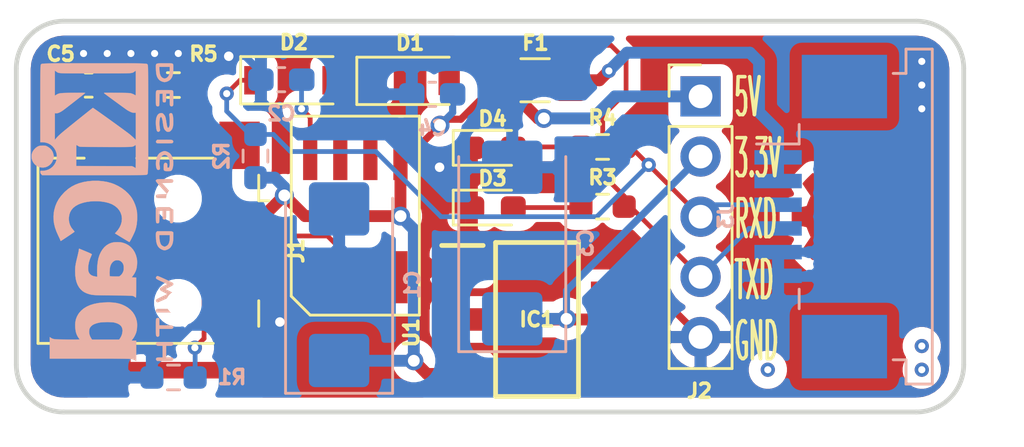
<source format=kicad_pcb>
(kicad_pcb (version 20171130) (host pcbnew 5.1.8-5.fc32)
  (layers (0 F.Cu signal) (31 B.Cu signal) (34 B.Paste user) (35 F.Paste user) (36 B.SilkS user) (37 F.SilkS user) (38 B.Mask user) (39 F.Mask user) (44 Edge.Cuts user))
  (net 0 "")
  (net 1 GND)
  (net 2 +5V)
  (net 3 "Net-(C2-Pad2)")
  (net 4 +3V3)
  (net 5 /TTL_TX)
  (net 6 "Net-(D1-Pad1)")
  (net 7 "Net-(D2-Pad2)")
  (net 8 /TTL_RX)
  (net 9 "Net-(D3-Pad2)")
  (net 10 "Net-(D4-Pad2)")
  (net 11 "Net-(J1-Pad4)")
  (net 12 /USB_P)
  (net 13 /USB_N)
  (net 14 /FUSE_5V)
  (net 15 "Net-(C5-Pad1)")
  (module Symbol:OSHW-Logo2_7.3x6mm_Copper (layer F.Cu) (at 145.23968 86.39802 90)
    (fp_text reference LOGO1 hide)
    (fp_text value Logo_Open_Hardware_Small hide)
    (fp_poly (pts (xy -2.400256 1.919918) (xy -2.344799 1.947568) (xy -2.295852 1.99848) (xy -2.282371 2.017338) (xy -2.267686 2.042015) (xy -2.258158 2.068816) (xy -2.252707 2.104587) (xy -2.250253 2.156169) (xy -2.249714 2.224267) (xy -2.252148 2.317588) (xy -2.260606 2.387657) (xy -2.276826 2.439931) (xy -2.302546 2.479869) (xy -2.339503 2.512929) (xy -2.342218 2.514886) (xy -2.37864 2.534908) (xy -2.422498 2.544815) (xy -2.478276 2.547257) (xy -2.568952 2.547257) (xy -2.56899 2.635283) (xy -2.569834 2.684308) (xy -2.574976 2.713065) (xy -2.588413 2.730311) (xy -2.614142 2.744808) (xy -2.620321 2.747769) (xy -2.649236 2.761648) (xy -2.671624 2.770414) (xy -2.688271 2.771171) (xy -2.699964 2.761023) (xy -2.70749 2.737073) (xy -2.711634 2.696426) (xy -2.713185 2.636186) (xy -2.712929 2.553455) (xy -2.711651 2.445339) (xy -2.711252 2.413) (xy -2.709815 2.301524) (xy -2.708528 2.228603) (xy -2.569029 2.228603) (xy -2.568245 2.290499) (xy -2.56476 2.330997) (xy -2.556876 2.357708) (xy -2.542895 2.378244) (xy -2.533403 2.38826) (xy -2.494596 2.417567) (xy -2.460237 2.419952) (xy -2.424784 2.39575) (xy -2.423886 2.394857) (xy -2.409461 2.376153) (xy -2.400687 2.350732) (xy -2.396261 2.311584) (xy -2.394882 2.251697) (xy -2.394857 2.23843) (xy -2.398188 2.155901) (xy -2.409031 2.098691) (xy -2.42866 2.063766) (xy -2.45835 2.048094) (xy -2.475509 2.046514) (xy -2.516234 2.053926) (xy -2.544168 2.07833) (xy -2.560983 2.12298) (xy -2.56835 2.19113) (xy -2.569029 2.228603) (xy -2.708528 2.228603) (xy -2.708292 2.215245) (xy -2.706323 2.150333) (xy -2.70355 2.102958) (xy -2.699612 2.06929) (xy -2.694151 2.045498) (xy -2.686808 2.027753) (xy -2.677223 2.012224) (xy -2.673113 2.006381) (xy -2.618595 1.951185) (xy -2.549664 1.91989) (xy -2.469928 1.911165) (xy -2.400256 1.919918)) (layer F.Cu) (width 0.01))
    (fp_poly (pts (xy -1.283907 1.92778) (xy -1.237328 1.954723) (xy -1.204943 1.981466) (xy -1.181258 2.009484) (xy -1.164941 2.043748) (xy -1.154661 2.089227) (xy -1.149086 2.150892) (xy -1.146884 2.233711) (xy -1.146629 2.293246) (xy -1.146629 2.512391) (xy -1.208314 2.540044) (xy -1.27 2.567697) (xy -1.277257 2.32767) (xy -1.280256 2.238028) (xy -1.283402 2.172962) (xy -1.287299 2.128026) (xy -1.292553 2.09877) (xy -1.299769 2.080748) (xy -1.30955 2.069511) (xy -1.312688 2.067079) (xy -1.360239 2.048083) (xy -1.408303 2.0556) (xy -1.436914 2.075543) (xy -1.448553 2.089675) (xy -1.456609 2.10822) (xy -1.461729 2.136334) (xy -1.464559 2.179173) (xy -1.465744 2.241895) (xy -1.465943 2.307261) (xy -1.465982 2.389268) (xy -1.467386 2.447316) (xy -1.472086 2.486465) (xy -1.482013 2.51178) (xy -1.499097 2.528323) (xy -1.525268 2.541156) (xy -1.560225 2.554491) (xy -1.598404 2.569007) (xy -1.593859 2.311389) (xy -1.592029 2.218519) (xy -1.589888 2.149889) (xy -1.586819 2.100711) (xy -1.582206 2.066198) (xy -1.575432 2.041562) (xy -1.565881 2.022016) (xy -1.554366 2.00477) (xy -1.49881 1.94968) (xy -1.43102 1.917822) (xy -1.357287 1.910191) (xy -1.283907 1.92778)) (layer F.Cu) (width 0.01))
    (fp_poly (pts (xy -2.958885 1.921962) (xy -2.890855 1.957733) (xy -2.840649 2.015301) (xy -2.822815 2.052312) (xy -2.808937 2.107882) (xy -2.801833 2.178096) (xy -2.80116 2.254727) (xy -2.806573 2.329552) (xy -2.81773 2.394342) (xy -2.834286 2.440873) (xy -2.839374 2.448887) (xy -2.899645 2.508707) (xy -2.971231 2.544535) (xy -3.048908 2.55502) (xy -3.127452 2.53881) (xy -3.149311 2.529092) (xy -3.191878 2.499143) (xy -3.229237 2.459433) (xy -3.232768 2.454397) (xy -3.247119 2.430124) (xy -3.256606 2.404178) (xy -3.26221 2.370022) (xy -3.264914 2.321119) (xy -3.265701 2.250935) (xy -3.265714 2.2352) (xy -3.265678 2.230192) (xy -3.120571 2.230192) (xy -3.119727 2.29643) (xy -3.116404 2.340386) (xy -3.109417 2.368779) (xy -3.097584 2.388325) (xy -3.091543 2.394857) (xy -3.056814 2.41968) (xy -3.023097 2.418548) (xy -2.989005 2.397016) (xy -2.968671 2.374029) (xy -2.956629 2.340478) (xy -2.949866 2.287569) (xy -2.949402 2.281399) (xy -2.948248 2.185513) (xy -2.960312 2.114299) (xy -2.98543 2.068194) (xy -3.02344 2.047635) (xy -3.037008 2.046514) (xy -3.072636 2.052152) (xy -3.097006 2.071686) (xy -3.111907 2.109042) (xy -3.119125 2.16815) (xy -3.120571 2.230192) (xy -3.265678 2.230192) (xy -3.265174 2.160413) (xy -3.262904 2.108159) (xy -3.257932 2.071949) (xy -3.249287 2.045299) (xy -3.235995 2.021722) (xy -3.233057 2.017338) (xy -3.183687 1.958249) (xy -3.129891 1.923947) (xy -3.064398 1.910331) (xy -3.042158 1.909665) (xy -2.958885 1.921962)) (layer F.Cu) (width 0.01))
    (fp_poly (pts (xy -1.831697 1.931239) (xy -1.774473 1.969735) (xy -1.730251 2.025335) (xy -1.703833 2.096086) (xy -1.69849 2.148162) (xy -1.699097 2.169893) (xy -1.704178 2.186531) (xy -1.718145 2.201437) (xy -1.745411 2.217973) (xy -1.790388 2.239498) (xy -1.857489 2.269374) (xy -1.857829 2.269524) (xy -1.919593 2.297813) (xy -1.970241 2.322933) (xy -2.004596 2.342179) (xy -2.017482 2.352848) (xy -2.017486 2.352934) (xy -2.006128 2.376166) (xy -1.979569 2.401774) (xy -1.949077 2.420221) (xy -1.93363 2.423886) (xy -1.891485 2.411212) (xy -1.855192 2.379471) (xy -1.837483 2.344572) (xy -1.820448 2.318845) (xy -1.787078 2.289546) (xy -1.747851 2.264235) (xy -1.713244 2.250471) (xy -1.706007 2.249714) (xy -1.697861 2.26216) (xy -1.69737 2.293972) (xy -1.703357 2.336866) (xy -1.714643 2.382558) (xy -1.73005 2.422761) (xy -1.730829 2.424322) (xy -1.777196 2.489062) (xy -1.837289 2.533097) (xy -1.905535 2.554711) (xy -1.976362 2.552185) (xy -2.044196 2.523804) (xy -2.047212 2.521808) (xy -2.100573 2.473448) (xy -2.13566 2.410352) (xy -2.155078 2.327387) (xy -2.157684 2.304078) (xy -2.162299 2.194055) (xy -2.156767 2.142748) (xy -2.017486 2.142748) (xy -2.015676 2.174753) (xy -2.005778 2.184093) (xy -1.981102 2.177105) (xy -1.942205 2.160587) (xy -1.898725 2.139881) (xy -1.897644 2.139333) (xy -1.860791 2.119949) (xy -1.846 2.107013) (xy -1.849647 2.093451) (xy -1.865005 2.075632) (xy -1.904077 2.049845) (xy -1.946154 2.04795) (xy -1.983897 2.066717) (xy -2.009966 2.102915) (xy -2.017486 2.142748) (xy -2.156767 2.142748) (xy -2.152806 2.106027) (xy -2.12845 2.036212) (xy -2.094544 1.987302) (xy -2.033347 1.937878) (xy -1.965937 1.913359) (xy -1.89712 1.911797) (xy -1.831697 1.931239)) (layer F.Cu) (width 0.01))
    (fp_poly (pts (xy -0.624114 1.851289) (xy -0.619861 1.910613) (xy -0.614975 1.945572) (xy -0.608205 1.96082) (xy -0.598298 1.961015) (xy -0.595086 1.959195) (xy -0.552356 1.946015) (xy -0.496773 1.946785) (xy -0.440263 1.960333) (xy -0.404918 1.977861) (xy -0.368679 2.005861) (xy -0.342187 2.037549) (xy -0.324001 2.077813) (xy -0.312678 2.131543) (xy -0.306778 2.203626) (xy -0.304857 2.298951) (xy -0.304823 2.317237) (xy -0.3048 2.522646) (xy -0.350509 2.53858) (xy -0.382973 2.54942) (xy -0.400785 2.554468) (xy -0.401309 2.554514) (xy -0.403063 2.540828) (xy -0.404556 2.503076) (xy -0.405674 2.446224) (xy -0.406303 2.375234) (xy -0.4064 2.332073) (xy -0.406602 2.246973) (xy -0.407642 2.185981) (xy -0.410169 2.144177) (xy -0.414836 2.116642) (xy -0.422293 2.098456) (xy -0.433189 2.084698) (xy -0.439993 2.078073) (xy -0.486728 2.051375) (xy -0.537728 2.049375) (xy -0.583999 2.071955) (xy -0.592556 2.080107) (xy -0.605107 2.095436) (xy -0.613812 2.113618) (xy -0.619369 2.139909) (xy -0.622474 2.179562) (xy -0.623824 2.237832) (xy -0.624114 2.318173) (xy -0.624114 2.522646) (xy -0.669823 2.53858) (xy -0.702287 2.54942) (xy -0.720099 2.554468) (xy -0.720623 2.554514) (xy -0.721963 2.540623) (xy -0.723172 2.501439) (xy -0.724199 2.4407) (xy -0.724998 2.362141) (xy -0.725519 2.269498) (xy -0.725714 2.166509) (xy -0.725714 1.769342) (xy -0.678543 1.749444) (xy -0.631371 1.729547) (xy -0.624114 1.851289)) (layer F.Cu) (width 0.01))
    (fp_poly (pts (xy 0.039744 1.950968) (xy 0.096616 1.972087) (xy 0.097267 1.972493) (xy 0.13244 1.99838) (xy 0.158407 2.028633) (xy 0.17667 2.068058) (xy 0.188732 2.121462) (xy 0.196096 2.193651) (xy 0.200264 2.289432) (xy 0.200629 2.303078) (xy 0.205876 2.508842) (xy 0.161716 2.531678) (xy 0.129763 2.54711) (xy 0.11047 2.554423) (xy 0.109578 2.554514) (xy 0.106239 2.541022) (xy 0.103587 2.504626) (xy 0.101956 2.451452) (xy 0.1016 2.408393) (xy 0.101592 2.338641) (xy 0.098403 2.294837) (xy 0.087288 2.273944) (xy 0.063501 2.272925) (xy 0.022296 2.288741) (xy -0.039914 2.317815) (xy -0.085659 2.341963) (xy -0.109187 2.362913) (xy -0.116104 2.385747) (xy -0.116114 2.386877) (xy -0.104701 2.426212) (xy -0.070908 2.447462) (xy -0.019191 2.450539) (xy 0.018061 2.450006) (xy 0.037703 2.460735) (xy 0.049952 2.486505) (xy 0.057002 2.519337) (xy 0.046842 2.537966) (xy 0.043017 2.540632) (xy 0.007001 2.55134) (xy -0.043434 2.552856) (xy -0.095374 2.545759) (xy -0.132178 2.532788) (xy -0.183062 2.489585) (xy -0.211986 2.429446) (xy -0.217714 2.382462) (xy -0.213343 2.340082) (xy -0.197525 2.305488) (xy -0.166203 2.274763) (xy -0.115322 2.24399) (xy -0.040824 2.209252) (xy -0.036286 2.207288) (xy 0.030821 2.176287) (xy 0.072232 2.150862) (xy 0.089981 2.128014) (xy 0.086107 2.104745) (xy 0.062643 2.078056) (xy 0.055627 2.071914) (xy 0.00863 2.0481) (xy -0.040067 2.049103) (xy -0.082478 2.072451) (xy -0.110616 2.115675) (xy -0.113231 2.12416) (xy -0.138692 2.165308) (xy -0.170999 2.185128) (xy -0.217714 2.20477) (xy -0.217714 2.15395) (xy -0.203504 2.080082) (xy -0.161325 2.012327) (xy -0.139376 1.989661) (xy -0.089483 1.960569) (xy -0.026033 1.9474) (xy 0.039744 1.950968)) (layer F.Cu) (width 0.01))
    (fp_poly (pts (xy 0.529926 1.949755) (xy 0.595858 1.974084) (xy 0.649273 2.017117) (xy 0.670164 2.047409) (xy 0.692939 2.102994) (xy 0.692466 2.143186) (xy 0.668562 2.170217) (xy 0.659717 2.174813) (xy 0.62153 2.189144) (xy 0.602028 2.185472) (xy 0.595422 2.161407) (xy 0.595086 2.148114) (xy 0.582992 2.09921) (xy 0.551471 2.064999) (xy 0.507659 2.048476) (xy 0.458695 2.052634) (xy 0.418894 2.074227) (xy 0.40545 2.086544) (xy 0.395921 2.101487) (xy 0.389485 2.124075) (xy 0.385317 2.159328) (xy 0.382597 2.212266) (xy 0.380502 2.287907) (xy 0.37996 2.311857) (xy 0.377981 2.39379) (xy 0.375731 2.451455) (xy 0.372357 2.489608) (xy 0.367006 2.513004) (xy 0.358824 2.526398) (xy 0.346959 2.534545) (xy 0.339362 2.538144) (xy 0.307102 2.550452) (xy 0.288111 2.554514) (xy 0.281836 2.540948) (xy 0.278006 2.499934) (xy 0.2766 2.430999) (xy 0.277598 2.333669) (xy 0.277908 2.318657) (xy 0.280101 2.229859) (xy 0.282693 2.165019) (xy 0.286382 2.119067) (xy 0.291864 2.086935) (xy 0.299835 2.063553) (xy 0.310993 2.043852) (xy 0.31683 2.03541) (xy 0.350296 1.998057) (xy 0.387727 1.969003) (xy 0.392309 1.966467) (xy 0.459426 1.946443) (xy 0.529926 1.949755)) (layer F.Cu) (width 0.01))
    (fp_poly (pts (xy 1.190117 2.065358) (xy 1.189933 2.173837) (xy 1.189219 2.257287) (xy 1.187675 2.319704) (xy 1.185001 2.365085) (xy 1.180894 2.397429) (xy 1.175055 2.420733) (xy 1.167182 2.438995) (xy 1.161221 2.449418) (xy 1.111855 2.505945) (xy 1.049264 2.541377) (xy 0.980013 2.55409) (xy 0.910668 2.542463) (xy 0.869375 2.521568) (xy 0.826025 2.485422) (xy 0.796481 2.441276) (xy 0.778655 2.383462) (xy 0.770463 2.306313) (xy 0.769302 2.249714) (xy 0.769458 2.245647) (xy 0.870857 2.245647) (xy 0.871476 2.31055) (xy 0.874314 2.353514) (xy 0.88084 2.381622) (xy 0.892523 2.401953) (xy 0.906483 2.417288) (xy 0.953365 2.44689) (xy 1.003701 2.449419) (xy 1.051276 2.424705) (xy 1.054979 2.421356) (xy 1.070783 2.403935) (xy 1.080693 2.383209) (xy 1.086058 2.352362) (xy 1.088228 2.304577) (xy 1.088571 2.251748) (xy 1.087827 2.185381) (xy 1.084748 2.141106) (xy 1.078061 2.112009) (xy 1.066496 2.091173) (xy 1.057013 2.080107) (xy 1.01296 2.052198) (xy 0.962224 2.048843) (xy 0.913796 2.070159) (xy 0.90445 2.078073) (xy 0.88854 2.095647) (xy 0.87861 2.116587) (xy 0.873278 2.147782) (xy 0.871163 2.196122) (xy 0.870857 2.245647) (xy 0.769458 2.245647) (xy 0.77281 2.158568) (xy 0.784726 2.090086) (xy 0.807135 2.0386) (xy 0.842124 1.998443) (xy 0.869375 1.977861) (xy 0.918907 1.955625) (xy 0.976316 1.945304) (xy 1.029682 1.948067) (xy 1.059543 1.959212) (xy 1.071261 1.962383) (xy 1.079037 1.950557) (xy 1.084465 1.918866) (xy 1.088571 1.870593) (xy 1.093067 1.816829) (xy 1.099313 1.784482) (xy 1.110676 1.765985) (xy 1.130528 1.75377) (xy 1.143 1.748362) (xy 1.190171 1.728601) (xy 1.190117 2.065358)) (layer F.Cu) (width 0.01))
    (fp_poly (pts (xy 1.779833 1.958663) (xy 1.782048 1.99685) (xy 1.783784 2.054886) (xy 1.784899 2.12818) (xy 1.785257 2.205055) (xy 1.785257 2.465196) (xy 1.739326 2.511127) (xy 1.707675 2.539429) (xy 1.67989 2.550893) (xy 1.641915 2.550168) (xy 1.62684 2.548321) (xy 1.579726 2.542948) (xy 1.540756 2.539869) (xy 1.531257 2.539585) (xy 1.499233 2.541445) (xy 1.453432 2.546114) (xy 1.435674 2.548321) (xy 1.392057 2.551735) (xy 1.362745 2.54432) (xy 1.33368 2.521427) (xy 1.323188 2.511127) (xy 1.277257 2.465196) (xy 1.277257 1.978602) (xy 1.314226 1.961758) (xy 1.346059 1.949282) (xy 1.364683 1.944914) (xy 1.369458 1.958718) (xy 1.373921 1.997286) (xy 1.377775 2.056356) (xy 1.380722 2.131663) (xy 1.382143 2.195286) (xy 1.386114 2.445657) (xy 1.420759 2.450556) (xy 1.452268 2.447131) (xy 1.467708 2.436041) (xy 1.472023 2.415308) (xy 1.475708 2.371145) (xy 1.478469 2.309146) (xy 1.480012 2.234909) (xy 1.480235 2.196706) (xy 1.480457 1.976783) (xy 1.526166 1.960849) (xy 1.558518 1.950015) (xy 1.576115 1.944962) (xy 1.576623 1.944914) (xy 1.578388 1.958648) (xy 1.580329 1.99673) (xy 1.582282 2.054482) (xy 1.584084 2.127227) (xy 1.585343 2.195286) (xy 1.589314 2.445657) (xy 1.6764 2.445657) (xy 1.680396 2.21724) (xy 1.684392 1.988822) (xy 1.726847 1.966868) (xy 1.758192 1.951793) (xy 1.776744 1.944951) (xy 1.777279 1.944914) (xy 1.779833 1.958663)) (layer F.Cu) (width 0.01))
    (fp_poly (pts (xy 2.144876 1.956335) (xy 2.186667 1.975344) (xy 2.219469 1.998378) (xy 2.243503 2.024133) (xy 2.260097 2.057358) (xy 2.270577 2.1028) (xy 2.276271 2.165207) (xy 2.278507 2.249327) (xy 2.278743 2.304721) (xy 2.278743 2.520826) (xy 2.241774 2.53767) (xy 2.212656 2.549981) (xy 2.198231 2.554514) (xy 2.195472 2.541025) (xy 2.193282 2.504653) (xy 2.191942 2.451542) (xy 2.191657 2.409372) (xy 2.190434 2.348447) (xy 2.187136 2.300115) (xy 2.182321 2.270518) (xy 2.178496 2.264229) (xy 2.152783 2.270652) (xy 2.112418 2.287125) (xy 2.065679 2.309458) (xy 2.020845 2.333457) (xy 1.986193 2.35493) (xy 1.970002 2.369685) (xy 1.969938 2.369845) (xy 1.97133 2.397152) (xy 1.983818 2.423219) (xy 2.005743 2.444392) (xy 2.037743 2.451474) (xy 2.065092 2.450649) (xy 2.103826 2.450042) (xy 2.124158 2.459116) (xy 2.136369 2.483092) (xy 2.137909 2.487613) (xy 2.143203 2.521806) (xy 2.129047 2.542568) (xy 2.092148 2.552462) (xy 2.052289 2.554292) (xy 1.980562 2.540727) (xy 1.943432 2.521355) (xy 1.897576 2.475845) (xy 1.873256 2.419983) (xy 1.871073 2.360957) (xy 1.891629 2.305953) (xy 1.922549 2.271486) (xy 1.95342 2.252189) (xy 2.001942 2.227759) (xy 2.058485 2.202985) (xy 2.06791 2.199199) (xy 2.130019 2.171791) (xy 2.165822 2.147634) (xy 2.177337 2.123619) (xy 2.16658 2.096635) (xy 2.148114 2.075543) (xy 2.104469 2.049572) (xy 2.056446 2.047624) (xy 2.012406 2.067637) (xy 1.980709 2.107551) (xy 1.976549 2.117848) (xy 1.952327 2.155724) (xy 1.916965 2.183842) (xy 1.872343 2.206917) (xy 1.872343 2.141485) (xy 1.874969 2.101506) (xy 1.88623 2.069997) (xy 1.911199 2.036378) (xy 1.935169 2.010484) (xy 1.972441 1.973817) (xy 2.001401 1.954121) (xy 2.032505 1.94622) (xy 2.067713 1.944914) (xy 2.144876 1.956335)) (layer F.Cu) (width 0.01))
    (fp_poly (pts (xy 2.6526 1.958752) (xy 2.669948 1.966334) (xy 2.711356 1.999128) (xy 2.746765 2.046547) (xy 2.768664 2.097151) (xy 2.772229 2.122098) (xy 2.760279 2.156927) (xy 2.734067 2.175357) (xy 2.705964 2.186516) (xy 2.693095 2.188572) (xy 2.686829 2.173649) (xy 2.674456 2.141175) (xy 2.669028 2.126502) (xy 2.63859 2.075744) (xy 2.59452 2.050427) (xy 2.53801 2.051206) (xy 2.533825 2.052203) (xy 2.503655 2.066507) (xy 2.481476 2.094393) (xy 2.466327 2.139287) (xy 2.45725 2.204615) (xy 2.453286 2.293804) (xy 2.452914 2.341261) (xy 2.45273 2.416071) (xy 2.451522 2.467069) (xy 2.448309 2.499471) (xy 2.442109 2.518495) (xy 2.43194 2.529356) (xy 2.416819 2.537272) (xy 2.415946 2.53767) (xy 2.386828 2.549981) (xy 2.372403 2.554514) (xy 2.370186 2.540809) (xy 2.368289 2.502925) (xy 2.366847 2.445715) (xy 2.365998 2.374027) (xy 2.365829 2.321565) (xy 2.366692 2.220047) (xy 2.37007 2.143032) (xy 2.377142 2.086023) (xy 2.389088 2.044526) (xy 2.40709 2.014043) (xy 2.432327 1.99008) (xy 2.457247 1.973355) (xy 2.517171 1.951097) (xy 2.586911 1.946076) (xy 2.6526 1.958752)) (layer F.Cu) (width 0.01))
    (fp_poly (pts (xy 3.153595 1.966966) (xy 3.211021 2.004497) (xy 3.238719 2.038096) (xy 3.260662 2.099064) (xy 3.262405 2.147308) (xy 3.258457 2.211816) (xy 3.109686 2.276934) (xy 3.037349 2.310202) (xy 2.990084 2.336964) (xy 2.965507 2.360144) (xy 2.961237 2.382667) (xy 2.974889 2.407455) (xy 2.989943 2.423886) (xy 3.033746 2.450235) (xy 3.081389 2.452081) (xy 3.125145 2.431546) (xy 3.157289 2.390752) (xy 3.163038 2.376347) (xy 3.190576 2.331356) (xy 3.222258 2.312182) (xy 3.265714 2.295779) (xy 3.265714 2.357966) (xy 3.261872 2.400283) (xy 3.246823 2.435969) (xy 3.21528 2.476943) (xy 3.210592 2.482267) (xy 3.175506 2.51872) (xy 3.145347 2.538283) (xy 3.107615 2.547283) (xy 3.076335 2.55023) (xy 3.020385 2.550965) (xy 2.980555 2.54166) (xy 2.955708 2.527846) (xy 2.916656 2.497467) (xy 2.889625 2.464613) (xy 2.872517 2.423294) (xy 2.863238 2.367521) (xy 2.859693 2.291305) (xy 2.85941 2.252622) (xy 2.860372 2.206247) (xy 2.948007 2.206247) (xy 2.949023 2.231126) (xy 2.951556 2.2352) (xy 2.968274 2.229665) (xy 3.004249 2.215017) (xy 3.052331 2.19419) (xy 3.062386 2.189714) (xy 3.123152 2.158814) (xy 3.156632 2.131657) (xy 3.16399 2.10622) (xy 3.146391 2.080481) (xy 3.131856 2.069109) (xy 3.07941 2.046364) (xy 3.030322 2.050122) (xy 2.989227 2.077884) (xy 2.960758 2.127152) (xy 2.951631 2.166257) (xy 2.948007 2.206247) (xy 2.860372 2.206247) (xy 2.861285 2.162249) (xy 2.868196 2.095384) (xy 2.881884 2.046695) (xy 2.904096 2.010849) (xy 2.936574 1.982513) (xy 2.950733 1.973355) (xy 3.015053 1.949507) (xy 3.085473 1.948006) (xy 3.153595 1.966966)) (layer F.Cu) (width 0.01))
    (fp_poly (pts (xy 0.10391 -2.757652) (xy 0.182454 -2.757222) (xy 0.239298 -2.756058) (xy 0.278105 -2.753793) (xy 0.302538 -2.75006) (xy 0.316262 -2.744494) (xy 0.32294 -2.736727) (xy 0.326236 -2.726395) (xy 0.326556 -2.725057) (xy 0.331562 -2.700921) (xy 0.340829 -2.653299) (xy 0.353392 -2.587259) (xy 0.368287 -2.507872) (xy 0.384551 -2.420204) (xy 0.385119 -2.417125) (xy 0.40141 -2.331211) (xy 0.416652 -2.255304) (xy 0.429861 -2.193955) (xy 0.440054 -2.151718) (xy 0.446248 -2.133145) (xy 0.446543 -2.132816) (xy 0.464788 -2.123747) (xy 0.502405 -2.108633) (xy 0.551271 -2.090738) (xy 0.551543 -2.090642) (xy 0.613093 -2.067507) (xy 0.685657 -2.038035) (xy 0.754057 -2.008403) (xy 0.757294 -2.006938) (xy 0.868702 -1.956374) (xy 1.115399 -2.12484) (xy 1.191077 -2.176197) (xy 1.259631 -2.222111) (xy 1.317088 -2.25997) (xy 1.359476 -2.287163) (xy 1.382825 -2.301079) (xy 1.385042 -2.302111) (xy 1.40201 -2.297516) (xy 1.433701 -2.275345) (xy 1.481352 -2.234553) (xy 1.546198 -2.174095) (xy 1.612397 -2.109773) (xy 1.676214 -2.046388) (xy 1.733329 -1.988549) (xy 1.780305 -1.939825) (xy 1.813703 -1.90379) (xy 1.830085 -1.884016) (xy 1.830694 -1.882998) (xy 1.832505 -1.869428) (xy 1.825683 -1.847267) (xy 1.80854 -1.813522) (xy 1.779393 -1.7652) (xy 1.736555 -1.699308) (xy 1.679448 -1.614483) (xy 1.628766 -1.539823) (xy 1.583461 -1.47286) (xy 1.54615 -1.417484) (xy 1.519452 -1.37758) (xy 1.505985 -1.357038) (xy 1.505137 -1.355644) (xy 1.506781 -1.335962) (xy 1.519245 -1.297707) (xy 1.540048 -1.248111) (xy 1.547462 -1.232272) (xy 1.579814 -1.16171) (xy 1.614328 -1.081647) (xy 1.642365 -1.012371) (xy 1.662568 -0.960955) (xy 1.678615 -0.921881) (xy 1.687888 -0.901459) (xy 1.689041 -0.899886) (xy 1.706096 -0.897279) (xy 1.746298 -0.890137) (xy 1.804302 -0.879477) (xy 1.874763 -0.866315) (xy 1.952335 -0.851667) (xy 2.031672 -0.836551) (xy 2.107431 -0.821982) (xy 2.174264 -0.808978) (xy 2.226828 -0.798555) (xy 2.259776 -0.79173) (xy 2.267857 -0.789801) (xy 2.276205 -0.785038) (xy 2.282506 -0.774282) (xy 2.287045 -0.753902) (xy 2.290104 -0.720266) (xy 2.291967 -0.669745) (xy 2.292918 -0.598708) (xy 2.29324 -0.503524) (xy 2.293257 -0.464508) (xy 2.293257 -0.147201) (xy 2.217057 -0.132161) (xy 2.174663 -0.124005) (xy 2.1114 -0.112101) (xy 2.034962 -0.097884) (xy 1.953043 -0.08279) (xy 1.9304 -0.078645) (xy 1.854806 -0.063947) (xy 1.788953 -0.049495) (xy 1.738366 -0.036625) (xy 1.708574 -0.026678) (xy 1.703612 -0.023713) (xy 1.691426 -0.002717) (xy 1.673953 0.037967) (xy 1.654577 0.090322) (xy 1.650734 0.1016) (xy 1.625339 0.171523) (xy 1.593817 0.250418) (xy 1.562969 0.321266) (xy 1.562817 0.321595) (xy 1.511447 0.432733) (xy 1.680399 0.681253) (xy 1.849352 0.929772) (xy 1.632429 1.147058) (xy 1.566819 1.211726) (xy 1.506979 1.268733) (xy 1.456267 1.315033) (xy 1.418046 1.347584) (xy 1.395675 1.363343) (xy 1.392466 1.364343) (xy 1.373626 1.356469) (xy 1.33518 1.334578) (xy 1.28133 1.301267) (xy 1.216276 1.259131) (xy 1.14594 1.211943) (xy 1.074555 1.16381) (xy 1.010908 1.121928) (xy 0.959041 1.088871) (xy 0.922995 1.067218) (xy 0.906867 1.059543) (xy 0.887189 1.066037) (xy 0.849875 1.08315) (xy 0.802621 1.107326) (xy 0.797612 1.110013) (xy 0.733977 1.141927) (xy 0.690341 1.157579) (xy 0.663202 1.157745) (xy 0.649057 1.143204) (xy 0.648975 1.143) (xy 0.641905 1.125779) (xy 0.625042 1.084899) (xy 0.599695 1.023525) (xy 0.567171 0.944819) (xy 0.528778 0.851947) (xy 0.485822 0.748072) (xy 0.444222 0.647502) (xy 0.398504 0.536516) (xy 0.356526 0.433703) (xy 0.319548 0.342215) (xy 0.288827 0.265201) (xy 0.265622 0.205815) (xy 0.25119 0.167209) (xy 0.246743 0.1528) (xy 0.257896 0.136272) (xy 0.287069 0.10993) (xy 0.325971 0.080887) (xy 0.436757 -0.010961) (xy 0.523351 -0.116241) (xy 0.584716 -0.232734) (xy 0.619815 -0.358224) (xy 0.627608 -0.490493) (xy 0.621943 -0.551543) (xy 0.591078 -0.678205) (xy 0.53792 -0.790059) (xy 0.465767 -0.885999) (xy 0.377917 -0.964924) (xy 0.277665 -1.02573) (xy 0.16831 -1.067313) (xy 0.053147 -1.088572) (xy -0.064525 -1.088401) (xy -0.18141 -1.065699) (xy -0.294211 -1.019362) (xy -0.399631 -0.948287) (xy -0.443632 -0.908089) (xy -0.528021 -0.804871) (xy -0.586778 -0.692075) (xy -0.620296 -0.57299) (xy -0.628965 -0.450905) (xy -0.613177 -0.329107) (xy -0.573322 -0.210884) (xy -0.509793 -0.099525) (xy -0.422979 0.001684) (xy -0.325971 0.080887) (xy -0.285563 0.111162) (xy -0.257018 0.137219) (xy -0.246743 0.152825) (xy -0.252123 0.169843) (xy -0.267425 0.2105) (xy -0.291388 0.271642) (xy -0.322756 0.350119) (xy -0.360268 0.44278) (xy -0.402667 0.546472) (xy -0.444337 0.647526) (xy -0.49031 0.758607) (xy -0.532893 0.861541) (xy -0.570779 0.953165) (xy -0.60266 1.030316) (xy -0.627229 1.089831) (xy -0.64318 1.128544) (xy -0.64909 1.143) (xy -0.663052 1.157685) (xy -0.69006 1.157642) (xy -0.733587 1.142099) (xy -0.79711 1.110284) (xy -0.797612 1.110013) (xy -0.84544 1.085323) (xy -0.884103 1.067338) (xy -0.905905 1.059614) (xy -0.906867 1.059543) (xy -0.923279 1.067378) (xy -0.959513 1.089165) (xy -1.011526 1.122328) (xy -1.075275 1.164291) (xy -1.14594 1.211943) (xy -1.217884 1.260191) (xy -1.282726 1.302151) (xy -1.336265 1.335227) (xy -1.374303 1.356821) (xy -1.392467 1.364343) (xy -1.409192 1.354457) (xy -1.44282 1.326826) (xy -1.48999 1.284495) (xy -1.547342 1.230505) (xy -1.611516 1.167899) (xy -1.632503 1.146983) (xy -1.849501 0.929623) (xy -1.684332 0.68722) (xy -1.634136 0.612781) (xy -1.590081 0.545972) (xy -1.554638 0.490665) (xy -1.530281 0.450729) (xy -1.519478 0.430036) (xy -1.519162 0.428563) (xy -1.524857 0.409058) (xy -1.540174 0.369822) (xy -1.562463 0.31743) (xy -1.578107 0.282355) (xy -1.607359 0.215201) (xy -1.634906 0.147358) (xy -1.656263 0.090034) (xy -1.662065 0.072572) (xy -1.678548 0.025938) (xy -1.69466 -0.010095) (xy -1.70351 -0.023713) (xy -1.72304 -0.032048) (xy -1.765666 -0.043863) (xy -1.825855 -0.057819) (xy -1.898078 -0.072578) (xy -1.9304 -0.078645) (xy -2.012478 -0.093727) (xy -2.091205 -0.108331) (xy -2.158891 -0.12102) (xy -2.20784 -0.130358) (xy -2.217057 -0.132161) (xy -2.293257 -0.147201) (xy -2.293257 -0.464508) (xy -2.293086 -0.568846) (xy -2.292384 -0.647787) (xy -2.290866 -0.704962) (xy -2.288251 -0.744001) (xy -2.284254 -0.768535) (xy -2.278591 -0.782195) (xy -2.27098 -0.788611) (xy -2.267857 -0.789801) (xy -2.249022 -0.79402) (xy -2.207412 -0.802438) (xy -2.14837 -0.814039) (xy -2.077243 -0.827805) (xy -1.999375 -0.84272) (xy -1.920113 -0.857768) (xy -1.844802 -0.871931) (xy -1.778787 -0.884194) (xy -1.727413 -0.893539) (xy -1.696025 -0.89895) (xy -1.689041 -0.899886) (xy -1.682715 -0.912404) (xy -1.66871 -0.945754) (xy -1.649645 -0.993623) (xy -1.642366 -1.012371) (xy -1.613004 -1.084805) (xy -1.578429 -1.16483) (xy -1.547463 -1.232272) (xy -1.524677 -1.283841) (xy -1.509518 -1.326215) (xy -1.504458 -1.352166) (xy -1.505264 -1.355644) (xy -1.515959 -1.372064) (xy -1.54038 -1.408583) (xy -1.575905 -1.461313) (xy -1.619913 -1.526365) (xy -1.669783 -1.599849) (xy -1.679644 -1.614355) (xy -1.737508 -1.700296) (xy -1.780044 -1.765739) (xy -1.808946 -1.813696) (xy -1.82591 -1.84718) (xy -1.832633 -1.869205) (xy -1.83081 -1.882783) (xy -1.830764 -1.882869) (xy -1.816414 -1.900703) (xy -1.784677 -1.935183) (xy -1.73899 -1.982732) (xy -1.682796 -2.039778) (xy -1.619532 -2.102745) (xy -1.612398 -2.109773) (xy -1.53267 -2.18698) (xy -1.471143 -2.24367) (xy -1.426579 -2.28089) (xy -1.397743 -2.299685) (xy -1.385042 -2.302111) (xy -1.366506 -2.291529) (xy -1.328039 -2.267084) (xy -1.273614 -2.231388) (xy -1.207202 -2.187053) (xy -1.132775 -2.136689) (xy -1.115399 -2.12484) (xy -0.868703 -1.956374) (xy -0.757294 -2.006938) (xy -0.689543 -2.036405) (xy -0.616817 -2.066041) (xy -0.554297 -2.08967) (xy -0.551543 -2.090642) (xy -0.50264 -2.108543) (xy -0.464943 -2.12368) (xy -0.446575 -2.13279) (xy -0.446544 -2.132816) (xy -0.440715 -2.149283) (xy -0.430808 -2.189781) (xy -0.417805 -2.249758) (xy -0.402691 -2.32466) (xy -0.386448 -2.409936) (xy -0.385119 -2.417125) (xy -0.368825 -2.504986) (xy -0.353867 -2.58474) (xy -0.341209 -2.651319) (xy -0.331814 -2.699653) (xy -0.326646 -2.724675) (xy -0.326556 -2.725057) (xy -0.323411 -2.735701) (xy -0.317296 -2.743738) (xy -0.304547 -2.749533) (xy -0.2815 -2.753453) (xy -0.244491 -2.755865) (xy -0.189856 -2.757135) (xy -0.113933 -2.757629) (xy -0.013056 -2.757714) (xy 0 -2.757714) (xy 0.10391 -2.757652)) (layer F.Cu) (width 0.01))
  )
  (module Symbol:KiCad-Logo2_5mm_SilkScreen (layer B.Cu) (at 113.36528 86.20544 270)
    (fp_text reference REF_1 hide)
    (fp_text value KiCad-Logo2_5mm_SilkScreen hide)
  )
  (module Red_Pro:USB_Mini-B_Lumberg_2486_01_Horizontal (layer F.Cu) (at 116.56568 87.84054 270)
    (fp_text reference J1 (at 0 -5 90) (layer F.SilkS) (effects (font (size 0.6 0.6))))
    (fp_text value USB_B_Mini)
    (pad "" np_thru_hole circle (at 2.2 0 270) (size 1 1) (drill 1) (layers *.Cu *.Mask))
    (pad "" np_thru_hole circle (at -2.2 0 270) (size 1 1) (drill 1) (layers *.Cu *.Mask))
    (pad 6 smd rect (at 4.45 2.85 270) (size 2 1.7) (layers F.Cu F.Paste F.Mask) (net 15 "Net-(C5-Pad1)"))
    (pad 6 smd rect (at 4.45 -2.6 270) (size 2 1.7) (layers F.Cu F.Paste F.Mask) (net 15 "Net-(C5-Pad1)"))
    (pad 6 smd rect (at -4.45 2.85 270) (size 2 1.7) (layers F.Cu F.Paste F.Mask) (net 15 "Net-(C5-Pad1)"))
    (pad 6 smd rect (at -4.45 -2.6 270) (size 2 1.7) (layers F.Cu F.Paste F.Mask) (net 15 "Net-(C5-Pad1)"))
    (pad 5 smd rect (at 1.6 -2.7 270) (size 0.5 2) (layers F.Cu F.Paste F.Mask) (net 1 GND))
    (pad 4 smd rect (at 0.8 -2.7 270) (size 0.5 2) (layers F.Cu F.Paste F.Mask) (net 11 "Net-(J1-Pad4)"))
    (pad 3 smd rect (at 0 -2.7 270) (size 0.5 2) (layers F.Cu F.Paste F.Mask) (net 12 /USB_P))
    (pad 2 smd rect (at -0.8 -2.7 270) (size 0.5 2) (layers F.Cu F.Paste F.Mask) (net 13 /USB_N))
    (pad 1 smd rect (at -1.6 -2.7 270) (size 0.5 2) (layers F.Cu F.Paste F.Mask) (net 2 +5V))
  )
  (module Red_Pro:R_0603_1608Metric_Pad0.98x0.95mm_HandSolder (layer F.Cu) (at 116.37264 80.84566 180)
    (fp_text reference R5 (at -1.27254 1.31318) (layer F.SilkS) (effects (font (size 0.6 0.6))))
    (fp_text value 1M)
    (pad 2 smd roundrect (at 0.9125 0 180) (size 0.975 0.95) (layers F.Cu F.Paste F.Mask) (net 15 "Net-(C5-Pad1)"))
    (pad 1 smd roundrect (at -0.9125 0 180) (size 0.975 0.95) (layers F.Cu F.Paste F.Mask) (net 1 GND))
  )
  (module Red_Pro:C_0603_1608Metric_Pad1.08x0.95mm_HandSolder (layer F.Cu) (at 112.79632 80.84566 180)
    (fp_text reference C5 (at 1.1811 1.31318) (layer F.SilkS) (effects (font (size 0.6 0.6))))
    (fp_text value 4.7nf)
    (pad 2 smd roundrect (at 0.8625 0 180) (size 1.075 0.95) (layers F.Cu F.Paste F.Mask) (net 1 GND))
    (pad 1 smd roundrect (at -0.8625 0 180) (size 1.075 0.95) (layers F.Cu F.Paste F.Mask) (net 15 "Net-(C5-Pad1)"))
  )
  (module Red_Pro:LED_0603_1608Metric_Pad1.05x0.95mm_HandSolder (layer F.Cu) (at 129.84724 83.49678)
    (fp_text reference D4 (at 0 -1.23) (layer F.SilkS) (effects (font (size 0.6 0.6))))
    (fp_text value LED)
    (pad 2 smd roundrect (at 0.875 0) (size 1.05 0.95) (layers F.Cu F.Paste F.Mask) (net 10 "Net-(D4-Pad2)"))
    (pad 1 smd roundrect (at -0.875 0) (size 1.05 0.95) (layers F.Cu F.Paste F.Mask) (net 1 GND))
  )
  (module Red_Pro:LED_0603_1608Metric_Pad1.05x0.95mm_HandSolder (layer F.Cu) (at 129.84724 86.0171)
    (fp_text reference D3 (at 0 -1.23) (layer F.SilkS) (effects (font (size 0.6 0.6))))
    (fp_text value LED)
    (pad 2 smd roundrect (at 0.875 0) (size 1.05 0.95) (layers F.Cu F.Paste F.Mask) (net 9 "Net-(D3-Pad2)"))
    (pad 1 smd roundrect (at -0.875 0) (size 1.05 0.95) (layers F.Cu F.Paste F.Mask) (net 1 GND))
  )
  (module Red_Pro:TE_84952-6_1x06-1MP_P1.0mm_Horizontal (layer B.Cu) (at 143.70096 86.39802 270)
    (fp_text reference J3 (at 0 4 90) (layer B.SilkS) (effects (font (size 0.6 0.6)) (justify mirror)))
    (fp_text value Conn_01x06_Female)
    (pad MP smd rect (at 5.49 -1 270) (size 2.68 3.6) (layers B.Cu B.Paste B.Mask))
    (pad MP smd rect (at -5.49 -1 270) (size 2.68 3.6) (layers B.Cu B.Paste B.Mask))
    (pad 6 smd rect (at 2.5 1.8 270) (size 0.61 2) (layers B.Cu B.Paste B.Mask) (net 1 GND))
    (pad 5 smd rect (at 1.5 1.8 270) (size 0.61 2) (layers B.Cu B.Paste B.Mask) (net 1 GND))
    (pad 4 smd rect (at 0.5 1.8 270) (size 0.61 2) (layers B.Cu B.Paste B.Mask) (net 5 /TTL_TX))
    (pad 3 smd rect (at -0.5 1.8 270) (size 0.61 2) (layers B.Cu B.Paste B.Mask) (net 8 /TTL_RX))
    (pad 2 smd rect (at -1.5 1.8 270) (size 0.61 2) (layers B.Cu B.Paste B.Mask) (net 14 /FUSE_5V))
    (pad 1 smd rect (at -2.5 1.8 270) (size 0.61 2) (layers B.Cu B.Paste B.Mask) (net 14 /FUSE_5V))
  )
  (module Red_Pro:Fuse_1206_3216Metric_Pad1.42x1.75mm_HandSolder (layer F.Cu) (at 131.64312 80.64246 180)
    (fp_text reference F1 (at -0.01524 1.5748) (layer F.SilkS) (effects (font (size 0.6 0.6))))
    (fp_text value Fuse)
    (pad 2 smd roundrect (at 1.4875 0 180) (size 1.425 1.75) (layers F.Cu F.Paste F.Mask) (roundrect_rratio 0.1754385964912281) (net 2 +5V))
    (pad 1 smd roundrect (at -1.4875 0 180) (size 1.425 1.75) (layers F.Cu F.Paste F.Mask) (roundrect_rratio 0.1754385964912281) (net 14 /FUSE_5V))
  )
  (module Red_Pro:D_SOD-123 (layer F.Cu) (at 121.4628 80.64246)
    (fp_text reference D2 (at 0 -1.6) (layer F.SilkS) (effects (font (size 0.6 0.6))))
    (fp_text value MBR0530)
    (pad 2 smd rect (at 1.65 0) (size 0.9 1.2) (layers F.Cu F.Paste F.Mask) (net 7 "Net-(D2-Pad2)"))
    (pad 1 smd rect (at -1.65 0) (size 0.9 1.2) (layers F.Cu F.Paste F.Mask) (net 8 /TTL_RX))
  )
  (module Red_Pro:D_SOD-123 (layer F.Cu) (at 126.365 80.66786)
    (fp_text reference D1 (at 0 -1.6) (layer F.SilkS) (effects (font (size 0.6 0.6))))
    (fp_text value MBR0530)
    (pad 2 smd rect (at 1.65 0) (size 0.9 1.2) (layers F.Cu F.Paste F.Mask) (net 5 /TTL_TX))
    (pad 1 smd rect (at -1.65 0) (size 0.9 1.2) (layers F.Cu F.Paste F.Mask) (net 6 "Net-(D1-Pad1)"))
  )
  (module Red_Pro:R_0603_1608Metric_Pad0.98x0.95mm_HandSolder (layer F.Cu) (at 134.49148 83.45678)
    (fp_text reference R4 (at 0 -1.23) (layer F.SilkS) (effects (font (size 0.6 0.6))))
    (fp_text value 4.7k)
    (pad 2 smd roundrect (at 0.9125 0) (size 0.975 0.95) (layers F.Cu F.Paste F.Mask) (net 8 /TTL_RX))
    (pad 1 smd roundrect (at -0.9125 0) (size 0.975 0.95) (layers F.Cu F.Paste F.Mask) (net 10 "Net-(D4-Pad2)"))
  )
  (module Red_Pro:R_0603_1608Metric_Pad0.98x0.95mm_HandSolder (layer F.Cu) (at 134.49148 85.9771)
    (fp_text reference R3 (at 0 -1.23) (layer F.SilkS) (effects (font (size 0.6 0.6))))
    (fp_text value 4.7k)
    (pad 2 smd roundrect (at 0.9125 0) (size 0.975 0.95) (layers F.Cu F.Paste F.Mask) (net 5 /TTL_TX))
    (pad 1 smd roundrect (at -0.9125 0) (size 0.975 0.95) (layers F.Cu F.Paste F.Mask) (net 9 "Net-(D3-Pad2)"))
  )
  (module Red_Pro:R_0603_1608Metric_Pad0.98x0.95mm_HandSolder (layer B.Cu) (at 119.8372 83.84286 270)
    (fp_text reference R2 (at 0 1.43 90) (layer B.SilkS) (effects (font (size 0.6 0.6)) (justify mirror)))
    (fp_text value 4.7k)
    (pad 2 smd roundrect (at 0.9125 0 270) (size 0.975 0.95) (layers B.Cu B.Paste B.Mask) (net 2 +5V))
    (pad 1 smd roundrect (at -0.9125 0 270) (size 0.975 0.95) (layers B.Cu B.Paste B.Mask) (net 8 /TTL_RX))
  )
  (module Red_Pro:R_0603_1608Metric_Pad0.98x0.95mm_HandSolder (layer B.Cu) (at 116.37772 93.19006)
    (fp_text reference R1 (at 2.47142 -0.01016) (layer B.SilkS) (effects (font (size 0.6 0.6)) (justify mirror)))
    (fp_text value 0)
    (pad 2 smd roundrect (at 0.9125 0) (size 0.975 0.95) (layers B.Cu B.Paste B.Mask) (net 11 "Net-(J1-Pad4)"))
    (pad 1 smd roundrect (at -0.9125 0) (size 0.975 0.95) (layers B.Cu B.Paste B.Mask) (net 1 GND))
  )
  (module Red_Pro:C_0603_1608Metric_Pad1.08x0.95mm_HandSolder (layer B.Cu) (at 127.29972 81.23682)
    (fp_text reference C4 (at 0 1.43) (layer B.SilkS) (effects (font (size 0.6 0.6)) (justify mirror)))
    (fp_text value 0.1uf)
    (pad 2 smd roundrect (at 0.8625 0) (size 1.075 0.95) (layers B.Cu B.Paste B.Mask) (net 2 +5V))
    (pad 1 smd roundrect (at -0.8625 0) (size 1.075 0.95) (layers B.Cu B.Paste B.Mask) (net 1 GND))
  )
  (module Red_Pro:CP_EIA-7343-31_Kemet-D_Pad2.25x2.55mm_HandSolder (layer B.Cu) (at 130.67792 87.5157 90)
    (fp_text reference C3 (at 0 3.1 90) (layer B.SilkS) (effects (font (size 0.6 0.6)) (justify mirror)))
    (fp_text value 10uf)
    (pad 2 smd roundrect (at 3.2 0 90) (size 2.25 2.55) (layers B.Cu B.Paste B.Mask) (roundrect_rratio 0.1111106666666667) (net 1 GND))
    (pad 1 smd roundrect (at -3.2 0 90) (size 2.25 2.55) (layers B.Cu B.Paste B.Mask) (roundrect_rratio 0.1111106666666667) (net 4 +3V3))
  )
  (module Red_Pro:C_0603_1608Metric_Pad1.08x0.95mm_HandSolder (layer B.Cu) (at 120.9294 80.61706)
    (fp_text reference C2 (at 0 1.43) (layer B.SilkS) (effects (font (size 0.6 0.6)) (justify mirror)))
    (fp_text value 0.1uf)
    (pad 2 smd roundrect (at 0.8625 0) (size 1.075 0.95) (layers B.Cu B.Paste B.Mask) (net 3 "Net-(C2-Pad2)"))
    (pad 1 smd roundrect (at -0.8625 0) (size 1.075 0.95) (layers B.Cu B.Paste B.Mask) (net 1 GND))
  )
  (module Red_Pro:CP_EIA-7343-31_Kemet-D_Pad2.25x2.55mm_HandSolder (layer B.Cu) (at 123.3678 89.27338 90)
    (fp_text reference C1 (at 0 3.1 90) (layer B.SilkS) (effects (font (size 0.6 0.6)) (justify mirror)))
    (fp_text value 10uf)
    (pad 2 smd roundrect (at 3.2 0 90) (size 2.25 2.55) (layers B.Cu B.Paste B.Mask) (roundrect_rratio 0.1111106666666667) (net 1 GND))
    (pad 1 smd roundrect (at -3.2 0 90) (size 2.25 2.55) (layers B.Cu B.Paste B.Mask) (roundrect_rratio 0.1111106666666667) (net 2 +5V))
  )
  (module Red_Pro:SOIC-8-CH340N (layer F.Cu) (at 124.0536 86.35746)
    (fp_text reference U1 (at 2.36728 4.94284 90) (layer F.SilkS) (effects (font (size 0.6 0.6))))
    (fp_text value CH340N)
    (pad 4 smd rect (at 1.905 2.6) (size 0.6 2.2) (layers F.Cu F.Paste F.Mask))
    (pad 5 smd rect (at 1.905 -2.6) (size 0.6 2.2) (layers F.Cu F.Paste F.Mask) (net 2 +5V))
    (pad 3 smd rect (at 0.635 2.6) (size 0.6 2.2) (layers F.Cu F.Paste F.Mask) (net 1 GND))
    (pad 6 smd rect (at 0.635 -2.6) (size 0.6 2.2) (layers F.Cu F.Paste F.Mask) (net 6 "Net-(D1-Pad1)"))
    (pad 2 smd rect (at -0.635 2.6) (size 0.6 2.2) (layers F.Cu F.Paste F.Mask) (net 13 /USB_N))
    (pad 7 smd rect (at -0.635 -2.6) (size 0.6 2.2) (layers F.Cu F.Paste F.Mask) (net 7 "Net-(D2-Pad2)"))
    (pad 1 smd rect (at -1.905 2.6) (size 0.6 2.2) (layers F.Cu F.Paste F.Mask) (net 12 /USB_P))
    (pad 8 smd rect (at -1.905 -2.6) (size 0.6 2.2) (layers F.Cu F.Paste F.Mask) (net 3 "Net-(C2-Pad2)"))
  )
  (module Red_Pro:PinHeader_1x05_P2.54mm_Vertical (layer F.Cu) (at 138.62848 81.32302)
    (fp_text reference J2 (at -0.04608 12.436) (layer F.SilkS) (effects (font (size 0.6 0.6))))
    (fp_text value Conn_01x05_Female)
    (pad 5 thru_hole oval (at 0 10.16) (size 1.7 1.7) (drill 1) (layers *.Cu *.Mask) (net 1 GND))
    (pad 4 thru_hole oval (at 0 7.62) (size 1.7 1.7) (drill 1) (layers *.Cu *.Mask) (net 5 /TTL_TX))
    (pad 3 thru_hole oval (at 0 5.08) (size 1.7 1.7) (drill 1) (layers *.Cu *.Mask) (net 8 /TTL_RX))
    (pad 2 thru_hole oval (at 0 2.54) (size 1.7 1.7) (drill 1) (layers *.Cu *.Mask) (net 4 +3V3))
    (pad 1 thru_hole rect (at 0 0) (size 1.7 1.7) (drill 1) (layers *.Cu *.Mask) (net 2 +5V))
  )
  (module Red_Pro:SOT230P700X180-4N (layer F.Cu) (at 131.7244 90.7415)
    (fp_text reference IC1 (at 0 0) (layer F.SilkS) (effects (font (size 0.6 0.6))))
    (fp_text value LM1117MP-3.3 hide)
    (pad 1 smd rect (at -3.15 -2.3 90) (size 0.95 1.75) (layers F.Cu F.Paste F.Mask) (net 1 GND))
    (pad 2 smd rect (at -3.15 0 90) (size 0.95 1.75) (layers F.Cu F.Paste F.Mask) (net 4 +3V3))
    (pad 3 smd rect (at -3.15 2.3 90) (size 0.95 1.75) (layers F.Cu F.Paste F.Mask) (net 2 +5V))
    (pad 4 smd rect (at 3.15 0) (size 1.75 3.2) (layers F.Cu F.Paste F.Mask) (net 4 +3V3))
  )
  (gr_text "5V\n3.3V\nRXD\nTXD\nGND" (at 139.97432 86.50986) (layer F.SilkS) (effects (font (size 1.6 0.6)) (justify left)))
  (gr_arc (start 111.73968 80.14802) (end 111.73968 78.14802) (angle -90) (layer Edge.Cuts) (width 0.2))
  (gr_arc (start 111.73968 92.64802) (end 109.73968 92.64802) (angle -90) (layer Edge.Cuts) (width 0.2))
  (gr_arc (start 147.73968 92.64802) (end 147.73968 94.64802) (angle -90) (layer Edge.Cuts) (width 0.2))
  (gr_arc (start 147.73968 80.14802) (end 149.73968 80.14802) (angle -90) (layer Edge.Cuts) (width 0.2))
  (gr_line (start 109.73968 92.64802) (end 109.73968 80.14802) (layer Edge.Cuts) (width 0.2))
  (gr_line (start 149.73968 92.64802) (end 149.73968 80.14802) (layer Edge.Cuts) (width 0.2))
  (gr_line (start 111.73968 78.14802) (end 147.73968 78.14802) (layer Edge.Cuts) (width 0.2))
  (gr_line (start 111.73968 94.64802) (end 147.73968 94.64802) (layer Edge.Cuts) (width 0.2))
  (via (at 147.9677 92.86334) (size 0.6) (drill 0.3) (layers F.Cu B.Cu) (net 0))
  (via (at 147.9677 91.86334) (size 0.6) (drill 0.3) (layers F.Cu B.Cu) (net 0))
  (via (at 141.4677 92.86334) (size 0.6) (drill 0.3) (layers F.Cu B.Cu) (net 0))
  (segment (start 141.90096 87.89802) (end 141.90096 88.89802) (width 0.5) (layer B.Cu) (net 1))
  (segment (start 128.97224 83.49678) (end 128.97224 86.0171) (width 0.3) (layer F.Cu) (net 1))
  (segment (start 128.5744 86.41494) (end 128.97224 86.0171) (width 0.3) (layer F.Cu) (net 1))
  (segment (start 128.5744 88.4415) (end 128.5744 86.41494) (width 0.3) (layer F.Cu) (net 1))
  (segment (start 138.62848 91.48302) (end 140.579 91.48302) (width 0.5) (layer B.Cu) (net 1))
  (segment (start 141.90096 90.16106) (end 141.90096 88.89802) (width 0.5) (layer B.Cu) (net 1))
  (segment (start 140.579 91.48302) (end 141.90096 90.16106) (width 0.5) (layer B.Cu) (net 1))
  (segment (start 130.67792 84.3157) (end 127.61 84.3157) (width 0.3) (layer B.Cu) (net 1))
  (segment (start 126.43722 83.14292) (end 126.43722 81.23682) (width 0.3) (layer B.Cu) (net 1))
  (segment (start 127.61 84.3157) (end 126.43722 83.14292) (width 0.3) (layer B.Cu) (net 1))
  (segment (start 124.6886 88.95746) (end 124.6886 90.52814) (width 0.3) (layer F.Cu) (net 1))
  (segment (start 124.6886 90.52814) (end 125.00864 90.84818) (width 0.3) (layer F.Cu) (net 1))
  (segment (start 125.00864 90.84818) (end 126.46152 90.84818) (width 0.3) (layer F.Cu) (net 1))
  (segment (start 126.46152 90.84818) (end 127.05588 90.25382) (width 0.3) (layer F.Cu) (net 1))
  (segment (start 127.05588 90.25382) (end 127.05588 88.9635) (width 0.3) (layer F.Cu) (net 1))
  (segment (start 127.57788 88.4415) (end 128.5744 88.4415) (width 0.3) (layer F.Cu) (net 1))
  (segment (start 127.05588 88.9635) (end 127.57788 88.4415) (width 0.3) (layer F.Cu) (net 1))
  (segment (start 128.97224 83.49678) (end 128.45352 83.49678) (width 0.3) (layer F.Cu) (net 1))
  (via (at 127.61 84.3157) (size 0.8) (drill 0.4) (layers F.Cu B.Cu) (net 1))
  (segment (start 127.6346 84.3157) (end 127.61 84.3157) (width 0.3) (layer F.Cu) (net 1))
  (segment (start 128.45352 83.49678) (end 127.6346 84.3157) (width 0.3) (layer F.Cu) (net 1))
  (segment (start 120.0669 80.61706) (end 120.0669 81.43604) (width 0.3) (layer B.Cu) (net 1))
  (segment (start 120.0669 81.43604) (end 121.66092 83.03006) (width 0.3) (layer B.Cu) (net 1))
  (segment (start 126.32436 83.03006) (end 126.43722 83.14292) (width 0.3) (layer B.Cu) (net 1))
  (segment (start 121.66092 83.03006) (end 126.32436 83.03006) (width 0.3) (layer B.Cu) (net 1))
  (segment (start 119.26568 89.44054) (end 119.4608 89.44054) (width 0.3) (layer F.Cu) (net 1))
  (segment (start 120.86844 90.84818) (end 125.00864 90.84818) (width 0.3) (layer F.Cu) (net 1))
  (segment (start 119.4608 89.44054) (end 120.86844 90.84818) (width 0.3) (layer F.Cu) (net 1))
  (segment (start 128.5744 88.4415) (end 133.31066 88.4415) (width 0.3) (layer F.Cu) (net 1))
  (segment (start 133.31066 88.4415) (end 133.42366 88.3285) (width 0.3) (layer F.Cu) (net 1))
  (segment (start 133.42366 88.3285) (end 136.2202 88.3285) (width 0.3) (layer F.Cu) (net 1))
  (segment (start 136.2202 88.3285) (end 136.95426 89.06256) (width 0.3) (layer F.Cu) (net 1))
  (segment (start 136.95426 89.8088) (end 138.62848 91.48302) (width 0.3) (layer F.Cu) (net 1))
  (segment (start 136.95426 89.06256) (end 136.95426 89.8088) (width 0.3) (layer F.Cu) (net 1))
  (via (at 120.86844 90.84818) (size 0.8) (drill 0.4) (layers F.Cu B.Cu) (net 1))
  (segment (start 120.86082 90.84818) (end 120.86844 90.84818) (width 0.3) (layer B.Cu) (net 1))
  (segment (start 120.662461 91.046539) (end 120.86082 90.84818) (width 0.3) (layer B.Cu) (net 1))
  (segment (start 120.86844 90.84818) (end 118.81104 90.84818) (width 0.3) (layer B.Cu) (net 1))
  (segment (start 118.81104 90.84818) (end 118.5926 91.06662) (width 0.3) (layer B.Cu) (net 1))
  (segment (start 118.5926 91.06662) (end 117.09146 91.06662) (width 0.3) (layer B.Cu) (net 1))
  (segment (start 115.46522 92.69286) (end 115.46522 93.19006) (width 0.3) (layer B.Cu) (net 1))
  (segment (start 117.09146 91.06662) (end 115.46522 92.69286) (width 0.3) (layer B.Cu) (net 1))
  (segment (start 120.0669 80.61706) (end 120.0669 80.29812) (width 0.3) (layer B.Cu) (net 1))
  (segment (start 120.0669 80.29812) (end 119.39778 79.629) (width 0.3) (layer B.Cu) (net 1))
  (via (at 118.70944 79.629) (size 0.8) (drill 0.4) (layers F.Cu B.Cu) (net 1))
  (segment (start 119.39778 79.629) (end 118.70944 79.629) (width 0.3) (layer B.Cu) (net 1))
  (segment (start 118.70944 79.629) (end 117.90934 79.629) (width 0.3) (layer F.Cu) (net 1))
  (segment (start 117.28514 80.2532) (end 117.28514 80.84566) (width 0.3) (layer F.Cu) (net 1))
  (segment (start 117.90934 79.629) (end 117.28514 80.2532) (width 0.3) (layer F.Cu) (net 1))
  (via (at 114.5794 79.51216) (size 0.6) (drill 0.3) (layers F.Cu B.Cu) (net 1))
  (via (at 115.5794 79.51216) (size 0.6) (drill 0.3) (layers F.Cu B.Cu) (net 1))
  (via (at 116.5794 79.51216) (size 0.6) (drill 0.3) (layers F.Cu B.Cu) (net 1))
  (via (at 113.5794 79.51216) (size 0.6) (drill 0.3) (layers F.Cu B.Cu) (net 1))
  (via (at 112.5794 79.51216) (size 0.6) (drill 0.3) (layers F.Cu B.Cu) (net 1))
  (via (at 147.9677 79.84622) (size 0.6) (drill 0.3) (layers F.Cu B.Cu) (net 1))
  (via (at 147.9677 80.84622) (size 0.6) (drill 0.3) (layers F.Cu B.Cu) (net 1))
  (via (at 147.9677 81.84622) (size 0.6) (drill 0.3) (layers F.Cu B.Cu) (net 1))
  (segment (start 128.5744 93.0415) (end 127.08004 93.0415) (width 0.5) (layer F.Cu) (net 2))
  (via (at 126.52248 92.48394) (size 0.8) (drill 0.5) (layers F.Cu B.Cu) (net 2))
  (segment (start 127.08004 93.0415) (end 126.52248 92.48394) (width 0.5) (layer F.Cu) (net 2))
  (segment (start 123.37836 92.48394) (end 123.3678 92.47338) (width 0.5) (layer B.Cu) (net 2))
  (segment (start 126.52248 92.48394) (end 123.37836 92.48394) (width 0.5) (layer B.Cu) (net 2))
  (segment (start 138.62848 81.32302) (end 135.01132 81.32302) (width 0.5) (layer B.Cu) (net 2))
  (segment (start 135.01132 81.32302) (end 134.08152 82.25282) (width 0.5) (layer B.Cu) (net 2))
  (via (at 132.01396 82.25282) (size 0.8) (drill 0.5) (layers F.Cu B.Cu) (net 2))
  (segment (start 134.08152 82.25282) (end 132.01396 82.25282) (width 0.5) (layer B.Cu) (net 2))
  (segment (start 131.76598 82.25282) (end 130.15562 80.64246) (width 0.5) (layer F.Cu) (net 2))
  (segment (start 132.01396 82.25282) (end 131.76598 82.25282) (width 0.5) (layer F.Cu) (net 2))
  (segment (start 125.9586 83.75746) (end 126.40976 83.75746) (width 0.3) (layer F.Cu) (net 2))
  (segment (start 128.5097 82.28838) (end 130.15562 80.64246) (width 0.3) (layer F.Cu) (net 2))
  (segment (start 127.87884 82.28838) (end 128.5097 82.28838) (width 0.3) (layer F.Cu) (net 2))
  (segment (start 128.16222 81.23682) (end 128.16222 82.005) (width 0.3) (layer B.Cu) (net 2))
  (via (at 127.62992 82.5373) (size 0.8) (drill 0.5) (layers F.Cu B.Cu) (net 2))
  (segment (start 128.16222 82.005) (end 127.62992 82.5373) (width 0.3) (layer B.Cu) (net 2))
  (segment (start 127.62992 82.5373) (end 127.87884 82.28838) (width 0.3) (layer F.Cu) (net 2))
  (segment (start 126.40976 83.75746) (end 127.62992 82.5373) (width 0.3) (layer F.Cu) (net 2))
  (segment (start 121.06168 85.5093) (end 121.0564 85.50402) (width 0.5) (layer F.Cu) (net 2))
  (via (at 121.0564 85.50402) (size 0.8) (drill 0.5) (layers F.Cu B.Cu) (net 2))
  (segment (start 121.0564 85.50402) (end 121.0564 85.15858) (width 0.5) (layer B.Cu) (net 2))
  (segment (start 120.65318 84.75536) (end 119.8372 84.75536) (width 0.5) (layer B.Cu) (net 2))
  (segment (start 121.0564 85.15858) (end 120.65318 84.75536) (width 0.5) (layer B.Cu) (net 2))
  (segment (start 126.52248 92.48394) (end 126.52248 86.93658) (width 0.5) (layer B.Cu) (net 2))
  (segment (start 126.52248 86.93658) (end 126.34468 86.75878) (width 0.5) (layer B.Cu) (net 2))
  (segment (start 125.9586 83.75746) (end 125.9586 86.3727) (width 0.5) (layer F.Cu) (net 2))
  (segment (start 126.52248 86.93658) (end 125.96368 86.37778) (width 0.5) (layer B.Cu) (net 2))
  (via (at 125.96368 86.37778) (size 0.8) (drill 0.5) (layers F.Cu B.Cu) (net 2))
  (segment (start 120.31988 86.24054) (end 121.0564 85.50402) (width 0.5) (layer F.Cu) (net 2))
  (segment (start 119.26568 86.24054) (end 120.31988 86.24054) (width 0.5) (layer F.Cu) (net 2))
  (segment (start 121.93016 86.37778) (end 121.0564 85.50402) (width 0.5) (layer F.Cu) (net 2))
  (segment (start 125.96368 86.37778) (end 121.93016 86.37778) (width 0.5) (layer F.Cu) (net 2))
  (segment (start 122.1486 83.75746) (end 122.1486 82.21218) (width 0.2) (layer F.Cu) (net 3))
  (via (at 121.78284 81.84642) (size 0.6) (drill 0.3) (layers F.Cu B.Cu) (net 3))
  (segment (start 122.1486 82.21218) (end 121.78284 81.84642) (width 0.2) (layer F.Cu) (net 3))
  (segment (start 121.78284 80.62612) (end 121.7919 80.61706) (width 0.2) (layer B.Cu) (net 3))
  (segment (start 121.78284 81.84642) (end 121.78284 80.62612) (width 0.2) (layer B.Cu) (net 3))
  (segment (start 128.5744 90.7415) (end 134.8744 90.7415) (width 0.5) (layer F.Cu) (net 4))
  (segment (start 130.67792 90.7157) (end 132.9686 90.7157) (width 0.5) (layer B.Cu) (net 4))
  (via (at 132.9686 90.7157) (size 0.8) (drill 0.5) (layers F.Cu B.Cu) (net 4))
  (segment (start 132.9686 89.5229) (end 132.9686 90.7157) (width 0.3) (layer B.Cu) (net 4))
  (segment (start 138.62848 83.86302) (end 132.9686 89.5229) (width 0.3) (layer B.Cu) (net 4))
  (segment (start 140.67348 86.89802) (end 138.62848 88.94302) (width 0.2) (layer B.Cu) (net 5))
  (segment (start 141.90096 86.89802) (end 140.67348 86.89802) (width 0.2) (layer B.Cu) (net 5))
  (segment (start 128.015 80.66786) (end 128.015 80.11514) (width 0.2) (layer F.Cu) (net 5))
  (segment (start 128.015 80.11514) (end 128.96088 79.16926) (width 0.2) (layer F.Cu) (net 5))
  (segment (start 128.96088 79.16926) (end 134.8486 79.16926) (width 0.2) (layer F.Cu) (net 5))
  (segment (start 135.40398 85.9771) (end 135.40398 85.53616) (width 0.2) (layer F.Cu) (net 5))
  (segment (start 135.40398 85.53616) (end 134.49808 84.63026) (width 0.2) (layer F.Cu) (net 5))
  (segment (start 134.49808 84.63026) (end 134.49808 82.13598) (width 0.2) (layer F.Cu) (net 5))
  (segment (start 134.49808 82.13598) (end 135.4836 81.15046) (width 0.2) (layer F.Cu) (net 5))
  (segment (start 135.4836 79.80426) (end 134.8486 79.16926) (width 0.2) (layer F.Cu) (net 5))
  (segment (start 135.4836 81.15046) (end 135.4836 79.80426) (width 0.2) (layer F.Cu) (net 5))
  (segment (start 135.66256 85.9771) (end 135.40398 85.9771) (width 0.2) (layer F.Cu) (net 5))
  (segment (start 138.62848 88.94302) (end 135.66256 85.9771) (width 0.2) (layer F.Cu) (net 5))
  (segment (start 124.6886 80.69426) (end 124.715 80.66786) (width 0.2) (layer F.Cu) (net 6))
  (segment (start 124.6886 83.75746) (end 124.6886 80.69426) (width 0.2) (layer F.Cu) (net 6))
  (segment (start 123.4186 80.94826) (end 123.1128 80.64246) (width 0.2) (layer F.Cu) (net 7))
  (segment (start 123.4186 83.75746) (end 123.4186 80.94826) (width 0.2) (layer F.Cu) (net 7))
  (segment (start 139.13348 85.89802) (end 138.62848 86.40302) (width 0.2) (layer B.Cu) (net 8))
  (segment (start 141.90096 85.89802) (end 139.13348 85.89802) (width 0.2) (layer B.Cu) (net 8))
  (segment (start 119.8128 80.64246) (end 119.18696 80.64246) (width 0.2) (layer F.Cu) (net 8))
  (via (at 118.62308 81.20634) (size 0.6) (drill 0.3) (layers F.Cu B.Cu) (net 8))
  (segment (start 119.18696 80.64246) (end 118.62308 81.20634) (width 0.2) (layer F.Cu) (net 8))
  (segment (start 118.62308 81.20634) (end 118.62308 81.94802) (width 0.2) (layer B.Cu) (net 8))
  (segment (start 119.60542 82.93036) (end 119.8372 82.93036) (width 0.2) (layer B.Cu) (net 8))
  (segment (start 118.62308 81.94802) (end 119.60542 82.93036) (width 0.2) (layer B.Cu) (net 8))
  (segment (start 135.40398 83.45678) (end 135.40398 83.52448) (width 0.2) (layer F.Cu) (net 8))
  (segment (start 135.68224 83.45678) (end 135.40398 83.45678) (width 0.2) (layer F.Cu) (net 8))
  (segment (start 124.91847 83.65109) (end 121.31675 83.65109) (width 0.2) (layer B.Cu) (net 8))
  (segment (start 127.6704 86.40302) (end 124.91847 83.65109) (width 0.2) (layer B.Cu) (net 8))
  (segment (start 120.59602 82.93036) (end 119.8372 82.93036) (width 0.2) (layer B.Cu) (net 8))
  (segment (start 121.31675 83.65109) (end 120.59602 82.93036) (width 0.2) (layer B.Cu) (net 8))
  (segment (start 127.6704 86.40302) (end 134.24932 86.40302) (width 0.2) (layer B.Cu) (net 8))
  (via (at 136.4389 84.21344) (size 0.6) (drill 0.3) (layers F.Cu B.Cu) (net 8))
  (segment (start 134.24932 86.40302) (end 136.4389 84.21344) (width 0.2) (layer B.Cu) (net 8))
  (segment (start 136.4389 84.21344) (end 135.68224 83.45678) (width 0.2) (layer F.Cu) (net 8))
  (segment (start 138.62848 86.40302) (end 136.4389 84.21344) (width 0.2) (layer F.Cu) (net 8))
  (segment (start 133.53898 86.0171) (end 133.57898 85.9771) (width 0.2) (layer F.Cu) (net 9))
  (segment (start 130.72224 86.0171) (end 133.53898 86.0171) (width 0.2) (layer F.Cu) (net 9))
  (segment (start 130.76224 83.45678) (end 130.72224 83.49678) (width 0.2) (layer F.Cu) (net 10))
  (segment (start 133.57898 83.45678) (end 130.76224 83.45678) (width 0.2) (layer F.Cu) (net 10))
  (segment (start 117.66804 89.23274) (end 118.26024 88.64054) (width 0.2) (layer F.Cu) (net 11))
  (segment (start 118.26024 88.64054) (end 119.26568 88.64054) (width 0.2) (layer F.Cu) (net 11))
  (segment (start 117.66804 91.33586) (end 117.66804 89.23274) (width 0.2) (layer F.Cu) (net 11))
  (via (at 117.27942 91.93276) (size 0.6) (drill 0.3) (layers F.Cu B.Cu) (net 11))
  (segment (start 117.29022 91.94356) (end 117.27942 91.93276) (width 0.2) (layer B.Cu) (net 11))
  (segment (start 117.29022 93.19006) (end 117.29022 91.94356) (width 0.2) (layer B.Cu) (net 11))
  (segment (start 117.66804 91.54414) (end 117.66804 91.33586) (width 0.2) (layer F.Cu) (net 11))
  (segment (start 117.27942 91.93276) (end 117.66804 91.54414) (width 0.2) (layer F.Cu) (net 11))
  (segment (start 122.1486 88.323857) (end 122.1486 88.95746) (width 0.2) (layer F.Cu) (net 12))
  (segment (start 121.490283 87.66554) (end 122.1486 88.323857) (width 0.2) (layer F.Cu) (net 12))
  (segment (start 120.940681 87.66554) (end 121.490283 87.66554) (width 0.2) (layer F.Cu) (net 12))
  (segment (start 120.765681 87.84054) (end 120.940681 87.66554) (width 0.2) (layer F.Cu) (net 12))
  (segment (start 119.26568 87.84054) (end 120.765681 87.84054) (width 0.2) (layer F.Cu) (net 12))
  (segment (start 120.765681 87.04054) (end 119.26568 87.04054) (width 0.2) (layer F.Cu) (net 13))
  (segment (start 120.940681 87.21554) (end 120.765681 87.04054) (width 0.2) (layer F.Cu) (net 13))
  (segment (start 122.87968 87.21554) (end 120.940681 87.21554) (width 0.2) (layer F.Cu) (net 13))
  (segment (start 123.4186 87.75446) (end 122.87968 87.21554) (width 0.2) (layer F.Cu) (net 13))
  (segment (start 123.4186 88.95746) (end 123.4186 87.75446) (width 0.2) (layer F.Cu) (net 13))
  (segment (start 141.90096 84.89802) (end 141.90096 83.89802) (width 0.5) (layer B.Cu) (net 14))
  (segment (start 141.90096 83.89802) (end 141.90096 82.79262) (width 0.5) (layer B.Cu) (net 14))
  (segment (start 141.097 81.98866) (end 141.90096 82.79262) (width 0.5) (layer B.Cu) (net 14))
  (segment (start 141.097 79.87538) (end 141.097 81.98866) (width 0.5) (layer B.Cu) (net 14))
  (segment (start 141.097 79.87538) (end 141.097 79.86522) (width 0.5) (layer B.Cu) (net 14))
  (segment (start 141.097 79.86522) (end 140.71092 79.47914) (width 0.5) (layer B.Cu) (net 14))
  (segment (start 140.71092 79.47914) (end 135.52424 79.47914) (width 0.5) (layer B.Cu) (net 14))
  (via (at 134.75716 80.24622) (size 0.6) (drill 0.3) (layers F.Cu B.Cu) (net 14))
  (segment (start 135.52424 79.47914) (end 134.75716 80.24622) (width 0.5) (layer B.Cu) (net 14))
  (segment (start 134.75716 80.24622) (end 134.36092 80.64246) (width 0.5) (layer F.Cu) (net 14))
  (segment (start 134.36092 80.64246) (end 133.13062 80.64246) (width 0.5) (layer F.Cu) (net 14))
  (segment (start 119.16568 92.29054) (end 119.16568 92.43918) (width 0.2) (layer F.Cu) (net 15))
  (segment (start 119.16568 92.43918) (end 119.07012 92.53474) (width 0.2) (layer F.Cu) (net 15))
  (segment (start 113.95988 92.53474) (end 113.71568 92.29054) (width 0.2) (layer F.Cu) (net 15))
  (segment (start 113.71568 83.39054) (end 113.71568 92.29054) (width 0.7) (layer F.Cu) (net 15))
  (segment (start 119.16568 83.39054) (end 113.71568 83.39054) (width 0.7) (layer F.Cu) (net 15))
  (segment (start 113.65882 80.84566) (end 115.46014 80.84566) (width 0.7) (layer F.Cu) (net 15))
  (segment (start 113.65882 83.33368) (end 113.71568 83.39054) (width 0.2) (layer F.Cu) (net 15))
  (segment (start 113.65882 80.84566) (end 113.65882 83.33368) (width 0.7) (layer F.Cu) (net 15))
  (segment (start 119.16568 92.29054) (end 119.0273 92.29054) (width 0.7) (layer F.Cu) (net 15))
  (segment (start 119.0273 92.29054) (end 118.43512 92.88272) (width 0.7) (layer F.Cu) (net 15))
  (segment (start 114.30786 92.88272) (end 113.71568 92.29054) (width 0.7) (layer F.Cu) (net 15))
  (segment (start 118.43512 92.88272) (end 114.30786 92.88272) (width 0.7) (layer F.Cu) (net 15))
  (zone (net 1) (net_name GND) (layer B.Cu) (connect_pads (clearance 0.508)) (min_thickness 0.254) (fill yes (arc_segments 32) (thermal_gap 0.508) (thermal_bridge_width 0.508))
    (polygon (pts (xy 109.14888 77.26426) (xy 152.2984 77.31506) (xy 152.2984 96.14154) (xy 109.05236 96.14154) (xy 109.13872 77.2541)))
  )
  (zone (net 1) (net_name GND) (layer F.Cu) (connect_pads (clearance 0.508)) (min_thickness 0.254) (fill yes (arc_segments 32) (thermal_gap 0.508) (thermal_bridge_width 0.508))
    (polygon (pts (xy 109.14888 77.26426) (xy 152.2984 77.31506) (xy 152.2984 96.14154) (xy 109.05236 96.14154) (xy 109.13872 77.2541)))
  )
)
</source>
